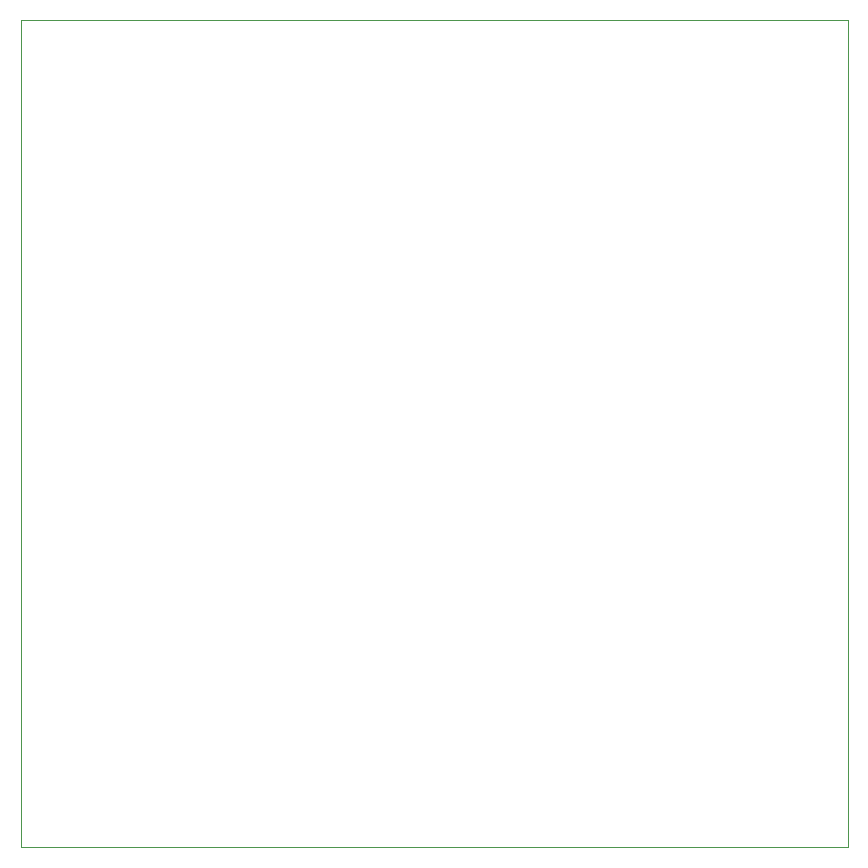
<source format=gbr>
%TF.GenerationSoftware,KiCad,Pcbnew,9.0.1*%
%TF.CreationDate,2025-04-02T11:20:44-04:00*%
%TF.ProjectId,Colossus_TI_rev_A,436f6c6f-7373-4757-935f-54495f726576,rev?*%
%TF.SameCoordinates,Original*%
%TF.FileFunction,Profile,NP*%
%FSLAX46Y46*%
G04 Gerber Fmt 4.6, Leading zero omitted, Abs format (unit mm)*
G04 Created by KiCad (PCBNEW 9.0.1) date 2025-04-02 11:20:44*
%MOMM*%
%LPD*%
G01*
G04 APERTURE LIST*
%TA.AperFunction,Profile*%
%ADD10C,0.038100*%
%TD*%
G04 APERTURE END LIST*
D10*
X50000000Y-50000000D02*
X120000000Y-50000000D01*
X120000000Y-120000000D01*
X50000000Y-120000000D01*
X50000000Y-50000000D01*
M02*

</source>
